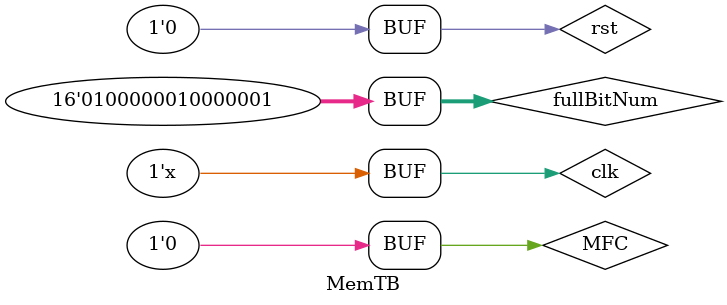
<source format=v>
`include "MemLoadStorefsm.v"
`timescale 1ns/10ps

module MemTB;
reg clk, rst, MFC;
reg [15:0] fullBitNum;

wire [15:0] param2num;
wire PC_inc, MAR_EN, mem_EN, mem_RW, MDR_EN_read, MDR_out, MDR_EN_write, done,
                    G0_in, G0_out, G1_in, G1_out, G2_in, G2_out, G3_in, G3_out, P0_in, P0_out, P1_in, P1_out; 

MemLoadStorefsm fsm(clk, rst, fullBitNum, MFC, PC_inc, MAR_EN, mem_EN, mem_RW, MDR_EN_read, MDR_out, MDR_EN_write, done,
                    G0_in, G0_out, G1_in, G1_out, G2_in, G2_out, G3_in, G3_out, P0_in, P0_out, P1_in, P1_out);

initial begin
    $dumpfile("MemLoadStorefsm.vcd");
    $dumpvars(0, MemTB);

    clk = 0;
    rst = 0;
    fullBitNum = 16'b0100000010000001; //Load (R1), P0

    rst = 1; 
    #2 rst = 0;
    #35 MFC = 1;
    #15 MFC = 0;
end

always #10 clk =~ clk;
    
endmodule
</source>
